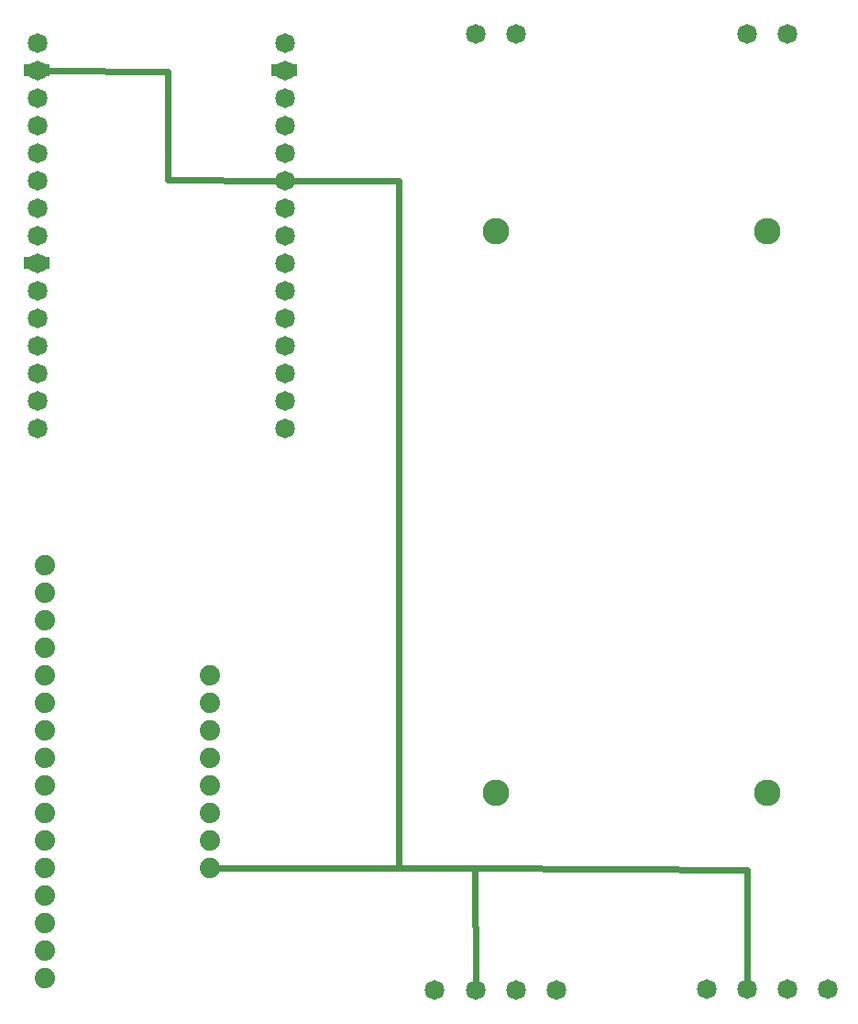
<source format=gbl>
G04 MADE WITH FRITZING*
G04 WWW.FRITZING.ORG*
G04 DOUBLE SIDED*
G04 HOLES PLATED*
G04 CONTOUR ON CENTER OF CONTOUR VECTOR*
%ASAXBY*%
%FSLAX23Y23*%
%MOIN*%
%OFA0B0*%
%SFA1.0B1.0*%
%ADD10C,0.071654*%
%ADD11C,0.096063*%
%ADD12C,0.074000*%
%ADD13C,0.024000*%
%LNCOPPER0*%
G90*
G70*
G54D10*
X373Y3628D03*
X373Y3528D03*
X373Y3428D03*
X373Y3328D03*
X373Y3228D03*
X373Y3128D03*
X373Y3028D03*
X373Y2928D03*
X373Y2828D03*
X373Y2728D03*
X373Y2628D03*
X373Y2528D03*
X373Y2428D03*
X373Y2328D03*
X373Y2228D03*
X1273Y3628D03*
X1273Y3528D03*
X1273Y3428D03*
X1273Y3328D03*
X1273Y3228D03*
X1273Y3128D03*
X1273Y3028D03*
X1273Y2928D03*
X1273Y2828D03*
X1273Y2728D03*
X1273Y2628D03*
X1273Y2528D03*
X1273Y2428D03*
X1273Y2328D03*
X1273Y2228D03*
X1819Y189D03*
X1967Y189D03*
X2115Y189D03*
X2262Y189D03*
X1967Y3662D03*
X2115Y3662D03*
G54D11*
X2041Y906D03*
X2041Y2945D03*
G54D10*
X2806Y190D03*
X2954Y190D03*
X3101Y190D03*
X3249Y190D03*
X2954Y3662D03*
X3101Y3662D03*
G54D11*
X3027Y906D03*
X3027Y2946D03*
G54D12*
X400Y230D03*
X400Y330D03*
X400Y430D03*
X400Y530D03*
X400Y630D03*
X400Y730D03*
X400Y830D03*
X400Y930D03*
X400Y1030D03*
X400Y1130D03*
X400Y1230D03*
X400Y1330D03*
X400Y1430D03*
X400Y1530D03*
X400Y1630D03*
X400Y1730D03*
X1000Y630D03*
X1000Y730D03*
X1000Y830D03*
X1000Y930D03*
X1000Y1030D03*
X1000Y1130D03*
X1000Y1230D03*
X1000Y1330D03*
G54D13*
X1963Y630D02*
X1020Y630D01*
D02*
X1967Y209D02*
X1963Y630D01*
D02*
X2955Y626D02*
X2954Y210D01*
D02*
X1963Y630D02*
X2955Y626D01*
D02*
X848Y3526D02*
X393Y3528D01*
D02*
X848Y3132D02*
X848Y3526D01*
D02*
X1253Y3129D02*
X848Y3132D01*
D02*
X1689Y3127D02*
X1293Y3128D01*
D02*
X1689Y632D02*
X1689Y3127D01*
D02*
X1020Y630D02*
X1689Y632D01*
G36*
X324Y2850D02*
X350Y2850D01*
X350Y2809D01*
X324Y2809D01*
X324Y2850D01*
G37*
D02*
G36*
X392Y2850D02*
X418Y2850D01*
X418Y2809D01*
X392Y2809D01*
X392Y2850D01*
G37*
D02*
G36*
X1224Y3550D02*
X1250Y3550D01*
X1250Y3508D01*
X1224Y3508D01*
X1224Y3550D01*
G37*
D02*
G36*
X1292Y3550D02*
X1318Y3550D01*
X1318Y3508D01*
X1292Y3508D01*
X1292Y3550D01*
G37*
D02*
G36*
X324Y3550D02*
X350Y3550D01*
X350Y3508D01*
X324Y3508D01*
X324Y3550D01*
G37*
D02*
G36*
X392Y3550D02*
X418Y3550D01*
X418Y3508D01*
X392Y3508D01*
X392Y3550D01*
G37*
D02*
G04 End of Copper0*
M02*
</source>
